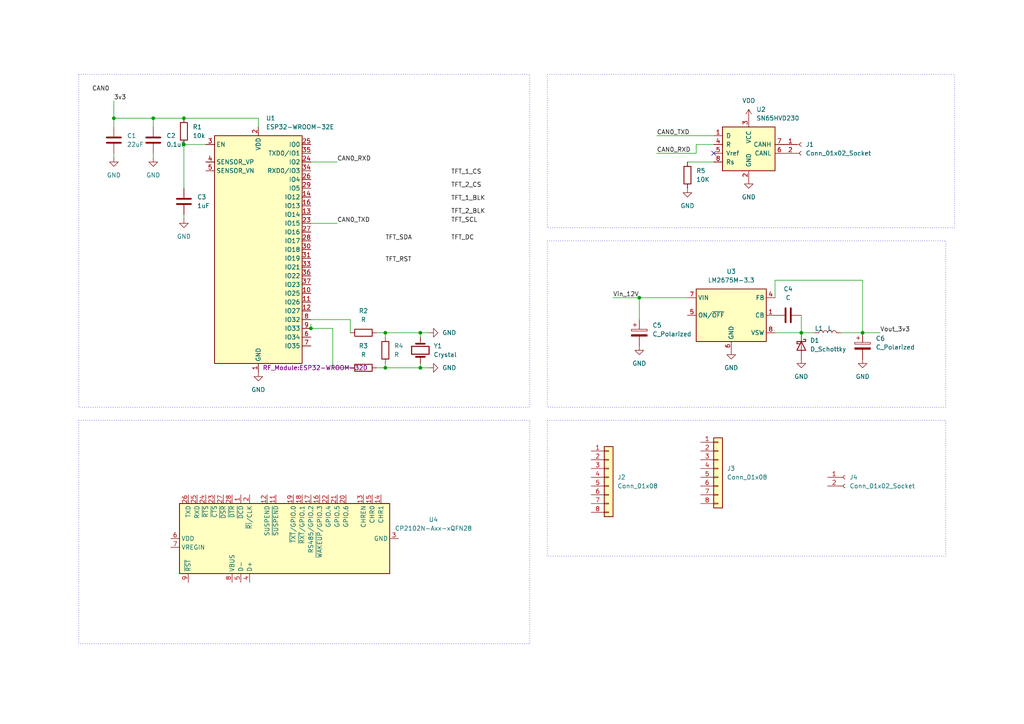
<source format=kicad_sch>
(kicad_sch (version 20231120) (generator "eeschema") (generator_version "8.0")
  (paper "A4")
  (lib_symbols
    (symbol "Connector:Conn_01x02_Socket" (pin_names (offset 1.016) hide)
      (property "Reference" "J" (at 0 2.54 0))
      (property "Value" "Conn_01x02_Socket" (at 0 -5.08 0))
      (symbol "Conn_01x02_Socket_1_1"
        (arc (start 0 -2.032) (mid -0.5058 -2.54) (end 0 -3.048) (stroke (width 0.1524)))
        (polyline (pts (xy -1.27 -2.54) (xy -0.508 -2.54)) (stroke (width 0.1524)))
        (polyline (pts (xy -1.27 0) (xy -0.508 0)) (stroke (width 0.1524)))
        (arc (start 0 0.508) (mid -0.5058 0) (end 0 -0.508) (stroke (width 0.1524)))
        (pin passive line (at -5.08 0 0) (length 3.81) (name "Pin_1") (number "1"))
        (pin passive line (at -5.08 -2.54 0) (length 3.81) (name "Pin_2") (number "2"))
      )
    )
    (symbol "Connector_Generic:Conn_01x08" (pin_names (offset 1.016) hide)
      (property "Reference" "J" (at 0 10.16 0))
      (property "Value" "Conn_01x08" (at 0 -12.7 0))
      (symbol "Conn_01x08_1_1"
        (rectangle (start -1.27 -10.033) (end 0 -10.287) (stroke (width 0.1524)))
        (rectangle (start -1.27 -7.493) (end 0 -7.747) (stroke (width 0.1524)))
        (rectangle (start -1.27 -4.953) (end 0 -5.207) (stroke (width 0.1524)))
        (rectangle (start -1.27 -2.413) (end 0 -2.667) (stroke (width 0.1524)))
        (rectangle (start -1.27 0.127) (end 0 -0.127) (stroke (width 0.1524)))
        (rectangle (start -1.27 2.667) (end 0 2.413) (stroke (width 0.1524)))
        (rectangle (start -1.27 5.207) (end 0 4.953) (stroke (width 0.1524)))
        (rectangle (start -1.27 7.747) (end 0 7.493) (stroke (width 0.1524)))
        (rectangle (start -1.27 8.89) (end 1.27 -11.43) (stroke (width 0.254)) (fill (type background)))
        (pin passive line (at -5.08 7.62 0) (length 3.81) (name "Pin_1") (number "1"))
        (pin passive line (at -5.08 5.08 0) (length 3.81) (name "Pin_2") (number "2"))
        (pin passive line (at -5.08 2.54 0) (length 3.81) (name "Pin_3") (number "3"))
        (pin passive line (at -5.08 0 0) (length 3.81) (name "Pin_4") (number "4"))
        (pin passive line (at -5.08 -2.54 0) (length 3.81) (name "Pin_5") (number "5"))
        (pin passive line (at -5.08 -5.08 0) (length 3.81) (name "Pin_6") (number "6"))
        (pin passive line (at -5.08 -7.62 0) (length 3.81) (name "Pin_7") (number "7"))
        (pin passive line (at -5.08 -10.16 0) (length 3.81) (name "Pin_8") (number "8"))
      )
    )
    (symbol "Device:C" (pin_numbers hide) (pin_names (offset 0.254))
      (property "Reference" "C" (at 0.635 2.54 0))
      (property "Value" "C" (at 0.635 -2.54 0))
      (symbol "C_0_1"
        (polyline (pts (xy -2.032 -0.762) (xy 2.032 -0.762)) (stroke (width 0.508)))
        (polyline (pts (xy -2.032 0.762) (xy 2.032 0.762)) (stroke (width 0.508)))
      )
      (symbol "C_1_1"
        (pin passive line (at 0 3.81 270) (length 2.794) (name "~") (number "1"))
        (pin passive line (at 0 -3.81 90) (length 2.794) (name "~") (number "2"))
      )
    )
    (symbol "Device:C_Polarized" (pin_numbers hide) (pin_names (offset 0.254))
      (property "Reference" "C" (at 0.635 2.54 0))
      (property "Value" "C_Polarized" (at 0.635 -2.54 0))
      (symbol "C_Polarized_0_1"
        (rectangle (start -2.286 0.508) (end 2.286 1.016))
        (polyline (pts (xy -1.778 2.286) (xy -0.762 2.286)))
        (polyline (pts (xy -1.27 2.794) (xy -1.27 1.778)))
        (rectangle (start 2.286 -0.508) (end -2.286 -1.016) (fill (type outline)))
      )
      (symbol "C_Polarized_1_1"
        (pin passive line (at 0 3.81 270) (length 2.794) (name "~") (number "1"))
        (pin passive line (at 0 -3.81 90) (length 2.794) (name "~") (number "2"))
      )
    )
    (symbol "Device:Crystal" (pin_numbers hide) (pin_names (offset 1.016) hide)
      (property "Reference" "Y" (at 0 3.81 0))
      (property "Value" "Crystal" (at 0 -3.81 0))
      (symbol "Crystal_0_1"
        (rectangle (start -1.143 2.54) (end 1.143 -2.54) (stroke (width 0.3048)))
        (polyline (pts (xy -2.54 0) (xy -1.905 0)))
        (polyline (pts (xy -1.905 -1.27) (xy -1.905 1.27)) (stroke (width 0.508)))
        (polyline (pts (xy 1.905 -1.27) (xy 1.905 1.27)) (stroke (width 0.508)))
        (polyline (pts (xy 2.54 0) (xy 1.905 0)))
      )
      (symbol "Crystal_1_1"
        (pin passive line (at -3.81 0 0) (length 1.27) (name "1") (number "1"))
        (pin passive line (at 3.81 0 180) (length 1.27) (name "2") (number "2"))
      )
    )
    (symbol "Device:D_Schottky" (pin_numbers hide) (pin_names (offset 1.016) hide)
      (property "Reference" "D" (at 0 2.54 0))
      (property "Value" "D_Schottky" (at 0 -2.54 0))
      (symbol "D_Schottky_0_1"
        (polyline (pts (xy 1.27 0) (xy -1.27 0)))
        (polyline (pts (xy 1.27 1.27) (xy 1.27 -1.27) (xy -1.27 0) (xy 1.27 1.27)) (stroke (width 0.254)))
        (polyline (pts (xy -1.905 0.635) (xy -1.905 1.27) (xy -1.27 1.27) (xy -1.27 -1.27) (xy -0.635 -1.27) (xy -0.635 -0.635)) (stroke (width 0.254)))
      )
      (symbol "D_Schottky_1_1"
        (pin passive line (at -3.81 0 0) (length 2.54) (name "K") (number "1"))
        (pin passive line (at 3.81 0 180) (length 2.54) (name "A") (number "2"))
      )
    )
    (symbol "Device:L" (pin_numbers hide) (pin_names (offset 1.016) hide)
      (property "Reference" "L" (at -1.27 0 90))
      (property "Value" "L" (at 1.905 0 90))
      (symbol "L_0_1"
        (arc (start 0 -2.54) (mid 0.6323 -1.905) (end 0 -1.27))
        (arc (start 0 -1.27) (mid 0.6323 -0.635) (end 0 0))
        (arc (start 0 0) (mid 0.6323 0.635) (end 0 1.27))
        (arc (start 0 1.27) (mid 0.6323 1.905) (end 0 2.54))
      )
      (symbol "L_1_1"
        (pin passive line (at 0 3.81 270) (length 1.27) (name "1") (number "1"))
        (pin passive line (at 0 -3.81 90) (length 1.27) (name "2") (number "2"))
      )
    )
    (symbol "Device:R" (pin_numbers hide) (pin_names (offset 0))
      (property "Reference" "R" (at 2.032 0 90))
      (property "Value" "R" (at 0 0 90))
      (symbol "R_0_1"
        (rectangle (start -1.016 -2.54) (end 1.016 2.54) (stroke (width 0.254)))
      )
      (symbol "R_1_1"
        (pin passive line (at 0 3.81 270) (length 1.27) (name "~") (number "1"))
        (pin passive line (at 0 -3.81 90) (length 1.27) (name "~") (number "2"))
      )
    )
    (symbol "Interface_CAN_LIN:SN65HVD230" (pin_names (offset 1.016))
      (property "Reference" "U" (at -2.54 10.16 0))
      (property "Value" "SN65HVD230" (at -2.54 7.62 0))
      (symbol "SN65HVD230_0_1"
        (rectangle (start -7.62 5.08) (end 7.62 -7.62) (stroke (width 0.254)) (fill (type background)))
      )
      (symbol "SN65HVD230_1_1"
        (pin input line (at -10.16 2.54 0) (length 2.54) (name "D") (number "1"))
        (pin power_in line (at 0 -10.16 90) (length 2.54) (name "GND") (number "2"))
        (pin power_in line (at 0 7.62 270) (length 2.54) (name "VCC") (number "3"))
        (pin output line (at -10.16 0 0) (length 2.54) (name "R") (number "4"))
        (pin output line (at -10.16 -2.54 0) (length 2.54) (name "Vref") (number "5"))
        (pin bidirectional line (at 10.16 -2.54 180) (length 2.54) (name "CANL") (number "6"))
        (pin bidirectional line (at 10.16 0 180) (length 2.54) (name "CANH") (number "7"))
        (pin input line (at -10.16 -5.08 0) (length 2.54) (name "Rs") (number "8"))
      )
    )
    (symbol "Interface_USB:CP2102N-Axx-xQFN28"
      (property "Reference" "U" (at -8.89 31.75 0))
      (property "Value" "CP2102N-Axx-xQFN28" (at 12.7 31.75 0))
      (symbol "CP2102N-Axx-xQFN28_0_1"
        (rectangle (start -10.16 30.48) (end 10.16 -30.48) (stroke (width 0.254)) (fill (type background)))
      )
      (symbol "CP2102N-Axx-xQFN28_1_1"
        (pin input line (at 12.7 12.7 180) (length 2.54) (name "~{DCD}") (number "1"))
        (pin no_connect line (at -10.16 -27.94 0) (length 2.54) hide (name "NC") (number "10"))
        (pin output line (at 12.7 2.54 180) (length 2.54) (name "~{SUSPEND}") (number "11"))
        (pin output line (at 12.7 5.08 180) (length 2.54) (name "SUSPEND") (number "12"))
        (pin output line (at 12.7 -22.86 180) (length 2.54) (name "CHREN") (number "13"))
        (pin output line (at 12.7 -27.94 180) (length 2.54) (name "CHR1") (number "14"))
        (pin output line (at 12.7 -25.4 180) (length 2.54) (name "CHR0") (number "15"))
        (pin bidirectional line (at 12.7 -10.16 180) (length 2.54) (name "~{WAKEUP}/GPIO.3") (number "16"))
        (pin bidirectional line (at 12.7 -7.62 180) (length 2.54) (name "RS485/GPIO.2") (number "17"))
        (pin bidirectional line (at 12.7 -5.08 180) (length 2.54) (name "~{RXT}/GPIO.1") (number "18"))
        (pin bidirectional line (at 12.7 -2.54 180) (length 2.54) (name "~{TXT}/GPIO.0") (number "19"))
        (pin bidirectional line (at 12.7 10.16 180) (length 2.54) (name "~{RI}/CLK") (number "2"))
        (pin bidirectional line (at 12.7 -17.78 180) (length 2.54) (name "GPIO.6") (number "20"))
        (pin bidirectional line (at 12.7 -15.24 180) (length 2.54) (name "GPIO.5") (number "21"))
        (pin bidirectional line (at 12.7 -12.7 180) (length 2.54) (name "GPIO.4") (number "22"))
        (pin input line (at 12.7 20.32 180) (length 2.54) (name "~{CTS}") (number "23"))
        (pin output line (at 12.7 22.86 180) (length 2.54) (name "~{RTS}") (number "24"))
        (pin input line (at 12.7 25.4 180) (length 2.54) (name "RXD") (number "25"))
        (pin output line (at 12.7 27.94 180) (length 2.54) (name "TXD") (number "26"))
        (pin input line (at 12.7 17.78 180) (length 2.54) (name "~{DSR}") (number "27"))
        (pin output line (at 12.7 15.24 180) (length 2.54) (name "~{DTR}") (number "28"))
        (pin passive line (at 0 -33.02 90) (length 2.54) hide (name "GND") (number "29"))
        (pin power_in line (at 0 -33.02 90) (length 2.54) (name "GND") (number "3"))
        (pin bidirectional line (at -12.7 10.16 0) (length 2.54) (name "D+") (number "4"))
        (pin bidirectional line (at -12.7 12.7 0) (length 2.54) (name "D-") (number "5"))
        (pin power_in line (at 0 33.02 270) (length 2.54) (name "VDD") (number "6"))
        (pin power_in line (at -2.54 33.02 270) (length 2.54) (name "VREGIN") (number "7"))
        (pin input line (at -12.7 15.24 0) (length 2.54) (name "VBUS") (number "8"))
        (pin input line (at -12.7 27.94 0) (length 2.54) (name "~{RST}") (number "9"))
      )
    )
    (symbol "RF_Module:ESP32-WROOM-32E"
      (property "Reference" "U" (at -12.7 34.29 0))
      (property "Value" "ESP32-WROOM-32E" (at 1.27 34.29 0))
      (symbol "ESP32-WROOM-32E_0_1"
        (rectangle (start -12.7 33.02) (end 12.7 -33.02) (stroke (width 0.254)) (fill (type background)))
      )
      (symbol "ESP32-WROOM-32E_1_1"
        (pin power_in line (at 0 -35.56 90) (length 2.54) (name "GND") (number "1"))
        (pin bidirectional line (at 15.24 -12.7 180) (length 2.54) (name "IO25") (number "10"))
        (pin bidirectional line (at 15.24 -15.24 180) (length 2.54) (name "IO26") (number "11"))
        (pin bidirectional line (at 15.24 -17.78 180) (length 2.54) (name "IO27") (number "12"))
        (pin bidirectional line (at 15.24 10.16 180) (length 2.54) (name "IO14") (number "13"))
        (pin bidirectional line (at 15.24 15.24 180) (length 2.54) (name "IO12") (number "14"))
        (pin passive line (at 0 -35.56 90) (length 2.54) hide (name "GND") (number "15"))
        (pin bidirectional line (at 15.24 12.7 180) (length 2.54) (name "IO13") (number "16"))
        (pin no_connect line (at -12.7 -5.08 0) (length 2.54) hide (name "NC") (number "17"))
        (pin no_connect line (at -12.7 -7.62 0) (length 2.54) hide (name "NC") (number "18"))
        (pin no_connect line (at -12.7 -12.7 0) (length 2.54) hide (name "NC") (number "19"))
        (pin power_in line (at 0 35.56 270) (length 2.54) (name "VDD") (number "2"))
        (pin no_connect line (at -12.7 -10.16 0) (length 2.54) hide (name "NC") (number "20"))
        (pin no_connect line (at -12.7 0 0) (length 2.54) hide (name "NC") (number "21"))
        (pin no_connect line (at -12.7 -2.54 0) (length 2.54) hide (name "NC") (number "22"))
        (pin bidirectional line (at 15.24 7.62 180) (length 2.54) (name "IO15") (number "23"))
        (pin bidirectional line (at 15.24 25.4 180) (length 2.54) (name "IO2") (number "24"))
        (pin bidirectional line (at 15.24 30.48 180) (length 2.54) (name "IO0") (number "25"))
        (pin bidirectional line (at 15.24 20.32 180) (length 2.54) (name "IO4") (number "26"))
        (pin bidirectional line (at 15.24 5.08 180) (length 2.54) (name "IO16") (number "27"))
        (pin bidirectional line (at 15.24 2.54 180) (length 2.54) (name "IO17") (number "28"))
        (pin bidirectional line (at 15.24 17.78 180) (length 2.54) (name "IO5") (number "29"))
        (pin input line (at -15.24 30.48 0) (length 2.54) (name "EN") (number "3"))
        (pin bidirectional line (at 15.24 0 180) (length 2.54) (name "IO18") (number "30"))
        (pin bidirectional line (at 15.24 -2.54 180) (length 2.54) (name "IO19") (number "31"))
        (pin no_connect line (at -12.7 -27.94 0) (length 2.54) hide (name "NC") (number "32"))
        (pin bidirectional line (at 15.24 -5.08 180) (length 2.54) (name "IO21") (number "33"))
        (pin bidirectional line (at 15.24 22.86 180) (length 2.54) (name "RXD0/IO3") (number "34"))
        (pin bidirectional line (at 15.24 27.94 180) (length 2.54) (name "TXD0/IO1") (number "35"))
        (pin bidirectional line (at 15.24 -7.62 180) (length 2.54) (name "IO22") (number "36"))
        (pin bidirectional line (at 15.24 -10.16 180) (length 2.54) (name "IO23") (number "37"))
        (pin passive line (at 0 -35.56 90) (length 2.54) hide (name "GND") (number "38"))
        (pin passive line (at 0 -35.56 90) (length 2.54) hide (name "GND") (number "39"))
        (pin input line (at -15.24 25.4 0) (length 2.54) (name "SENSOR_VP") (number "4"))
        (pin input line (at -15.24 22.86 0) (length 2.54) (name "SENSOR_VN") (number "5"))
        (pin input line (at 15.24 -25.4 180) (length 2.54) (name "IO34") (number "6"))
        (pin input line (at 15.24 -27.94 180) (length 2.54) (name "IO35") (number "7"))
        (pin bidirectional line (at 15.24 -20.32 180) (length 2.54) (name "IO32") (number "8"))
        (pin bidirectional line (at 15.24 -22.86 180) (length 2.54) (name "IO33") (number "9"))
      )
    )
    (symbol "Regulator_Switching:LM2675M-3.3"
      (property "Reference" "U" (at -10.16 8.89 0))
      (property "Value" "LM2675M-3.3" (at 0 8.89 0))
      (symbol "LM2675M-3.3_0_1"
        (rectangle (start -10.16 7.62) (end 10.16 -7.62) (stroke (width 0.254)) (fill (type background)))
      )
      (symbol "LM2675M-3.3_1_1"
        (pin input line (at 12.7 0 180) (length 2.54) (name "CB") (number "1"))
        (pin no_connect line (at -10.16 -2.54 0) (length 2.54) hide (name "NC") (number "2"))
        (pin no_connect line (at -10.16 -5.08 0) (length 2.54) hide (name "NC") (number "3"))
        (pin input line (at 12.7 5.08 180) (length 2.54) (name "FB") (number "4"))
        (pin input line (at -12.7 0 0) (length 2.54) (name "ON/~{OFF}") (number "5"))
        (pin power_in line (at 0 -10.16 90) (length 2.54) (name "GND") (number "6"))
        (pin power_in line (at -12.7 5.08 0) (length 2.54) (name "VIN") (number "7"))
        (pin output line (at 12.7 -5.08 180) (length 2.54) (name "VSW") (number "8"))
      )
    )
    (symbol "power:GND" (power) (pin_numbers hide) (pin_names (offset 0) hide)
      (property "Value" "GND" (at 0 -3.81 0))
      (symbol "GND_0_1"
        (polyline (pts (xy 0 0) (xy 0 -1.27) (xy 1.27 -1.27) (xy 0 -2.54) (xy -1.27 -1.27) (xy 0 -1.27)))
      )
      (symbol "GND_1_1"
        (pin power_in line (at 0 0 270) (length 0) (name "~") (number "1"))
      )
    )
    (symbol "power:VDD" (power) (pin_numbers hide) (pin_names (offset 0) hide)
      (property "Value" "VDD" (at 0 3.556 0))
      (symbol "VDD_0_1"
        (polyline (pts (xy -0.762 1.27) (xy 0 2.54)))
        (polyline (pts (xy 0 0) (xy 0 2.54)))
        (polyline (pts (xy 0 2.54) (xy 0.762 1.27)))
      )
      (symbol "VDD_1_1"
        (pin power_in line (at 0 0 90) (length 0) (name "~") (number "1"))
      )
    )
  )
  (junction (at 185.42 86.36))
  (junction (at 232.41 96.52))
  (junction (at 33.02 34.29))
  (junction (at 250.19 96.52))
  (junction (at 121.92 96.52))
  (junction (at 53.34 34.29))
  (junction (at 111.76 96.52))
  (junction (at 53.34 41.91))
  (junction (at 121.92 106.68))
  (junction (at 44.45 34.29))
  (junction (at 111.76 106.68))
  (junction (at 90.17 95.25))
  (no_connect (at 207.01 44.45))
  (wire (pts (xy 199.39 46.99) (xy 207.01 46.99)))
  (wire (pts (xy 190.5 44.45) (xy 201.93 44.45)))
  (wire (pts (xy 96.52 106.68) (xy 96.52 95.25)))
  (wire (pts (xy 74.93 34.29) (xy 74.93 36.83)))
  (wire (pts (xy 90.17 92.71) (xy 101.6 92.71)))
  (wire (pts (xy 90.17 93.98) (xy 90.17 95.25)))
  (wire (pts (xy 111.76 106.68) (xy 111.76 105.41)))
  (wire (pts (xy 101.6 92.71) (xy 101.6 96.52)))
  (wire (pts (xy 232.41 91.44) (xy 232.41 96.52)))
  (wire (pts (xy 121.92 106.68) (xy 124.46 106.68)))
  (wire (pts (xy 201.93 41.91) (xy 207.01 41.91)))
  (wire (pts (xy 109.22 106.68) (xy 111.76 106.68)))
  (wire (pts (xy 44.45 44.45) (xy 44.45 45.72)))
  (wire (pts (xy 53.34 41.91) (xy 59.69 41.91)))
  (wire (pts (xy 250.19 96.52) (xy 250.19 81.28)))
  (wire (pts (xy 96.52 95.25) (xy 90.17 95.25)))
  (wire (pts (xy 111.76 96.52) (xy 121.92 96.52)))
  (wire (pts (xy 243.84 96.52) (xy 250.19 96.52)))
  (wire (pts (xy 250.19 96.52) (xy 255.27 96.52)))
  (wire (pts (xy 33.02 34.29) (xy 44.45 34.29)))
  (wire (pts (xy 33.02 45.72) (xy 33.02 44.45)))
  (wire (pts (xy 224.79 81.28) (xy 224.79 86.36)))
  (wire (pts (xy 232.41 96.52) (xy 236.22 96.52)))
  (wire (pts (xy 53.34 41.91) (xy 53.34 54.61)))
  (wire (pts (xy 90.17 46.99) (xy 97.79 46.99)))
  (wire (pts (xy 111.76 97.79) (xy 111.76 96.52)))
  (wire (pts (xy 201.93 44.45) (xy 201.93 41.91)))
  (wire (pts (xy 53.34 63.5) (xy 53.34 62.23)))
  (wire (pts (xy 101.6 106.68) (xy 96.52 106.68)))
  (wire (pts (xy 53.34 34.29) (xy 74.93 34.29)))
  (wire (pts (xy 185.42 86.36) (xy 185.42 92.71)))
  (wire (pts (xy 250.19 81.28) (xy 224.79 81.28)))
  (wire (pts (xy 33.02 29.21) (xy 33.02 34.29)))
  (wire (pts (xy 224.79 96.52) (xy 232.41 96.52)))
  (wire (pts (xy 33.02 34.29) (xy 33.02 36.83)))
  (wire (pts (xy 121.92 96.52) (xy 121.92 97.79)))
  (wire (pts (xy 190.5 39.37) (xy 207.01 39.37)))
  (wire (pts (xy 90.17 64.77) (xy 97.79 64.77)))
  (wire (pts (xy 44.45 34.29) (xy 44.45 36.83)))
  (wire (pts (xy 111.76 106.68) (xy 121.92 106.68)))
  (wire (pts (xy 109.22 96.52) (xy 111.76 96.52)))
  (wire (pts (xy 177.8 86.36) (xy 185.42 86.36)))
  (wire (pts (xy 185.42 86.36) (xy 199.39 86.36)))
  (wire (pts (xy 121.92 96.52) (xy 124.46 96.52)))
  (wire (pts (xy 121.92 106.68) (xy 121.92 105.41)))
  (wire (pts (xy 44.45 34.29) (xy 53.34 34.29)))
  (rectangle (start 22.86 21.59) (end 153.67 118.11) (stroke (width 0) (type dot)))
  (rectangle (start 158.75 21.59) (end 276.86 66.04) (stroke (width 0) (type dot)))
  (rectangle (start 158.75 69.85) (end 274.32 118.11) (stroke (width 0) (type dot)))
  (rectangle (start 22.86 121.92) (end 153.67 186.69) (stroke (width 0) (type dot)))
  (rectangle (start 158.75 121.92) (end 274.32 161.29) (stroke (width 0) (type dot)))
  (label "3v3" (at 33.02 29.21 0))
  (label "TFT_SDA" (at 111.76 69.85 0))
  (label "TFT_RST" (at 111.76 76.2 0))
  (label "TFT_1_CS" (at 130.81 50.8 0))
  (label "CAN0_TXD" (at 190.5 39.37 0))
  (label "Vin_12V" (at 177.8 86.36 0))
  (label "CAN0" (at 26.67 26.67 0))
  (label "TFT_1_BLK" (at 130.81 58.42 0))
  (label "CAN0_RXD" (at 97.79 46.99 0))
  (label "TFT_SCL" (at 130.81 64.77 0))
  (label "TFT_2_BLK" (at 130.81 62.23 0))
  (label "CAN0_RXD" (at 190.5 44.45 0))
  (label "Vout_3v3" (at 255.27 96.52 0))
  (label "TFT_2_CS" (at 130.81 54.61 0))
  (label "TFT_DC" (at 130.81 69.85 0))
  (label "CAN0_TXD" (at 97.79 64.77 0))
  (symbol (lib_id "Device:D_Schottky") (at 232.41 100.33 270) (unit 1)
    (property "Reference" "D1" (at 234.95 98.7424 90) (effects (justify left)))
    (property "Value" "D_Schottky" (at 234.95 101.2824 90) (effects (justify left)))
    (property "Footprint" "Diode_SMD:D_2114_3652Metric" (effects (hide yes)))
    (property "Description" "Schottky diode" (effects (hide yes)))
  )
  (symbol (lib_id "power:GND") (at 250.19 104.14 0) (unit 1)
    (property "Reference" "#PWR014" (effects (hide yes)))
    (property "Value" "GND" (at 250.19 109.22 0))
    (property "Description" "Power symbol creates a global label with name \"GND\" , ground" (effects (hide yes)))
  )
  (symbol (lib_id "Device:L") (at 240.03 96.52 90) (unit 1)
    (property "Reference" "L1" (at 238.7599 95.25 90) (effects (justify left)))
    (property "Value" "L" (at 241.2999 95.25 90) (effects (justify left)))
    (property "Footprint" "Inductor_SMD:L_0603_1608Metric" (effects (hide yes)))
    (property "Description" "Inductor" (effects (hide yes)))
  )
  (symbol (lib_id "Connector_Generic:Conn_01x08") (at 208.28 135.89 0) (unit 1)
    (property "Reference" "J3" (at 210.82 135.8899 0) (effects (justify left)))
    (property "Value" "Conn_01x08" (at 210.82 138.4299 0) (effects (justify left)))
    (property "Description" "Generic connector, single row, 01x08, script generated (kicad-library-utils/schlib/autogen/connector/)" (effects (hide yes)))
  )
  (symbol (lib_id "Connector:Conn_01x02_Socket") (at 232.41 41.91 0) (unit 1)
    (property "Reference" "J1" (at 233.68 41.9099 0) (effects (justify left)))
    (property "Value" "Conn_01x02_Socket" (at 233.68 44.4499 0) (effects (justify left)))
    (property "Footprint" "Connector_PinSocket_2.54mm:PinSocket_1x02_P2.54mm_Vertical" (effects (hide yes)))
    (property "Description" "Generic connector, single row, 01x02, script generated" (effects (hide yes)))
  )
  (symbol (lib_id "power:GND") (at 33.02 45.72 0) (unit 1)
    (property "Reference" "#PWR03" (effects (hide yes)))
    (property "Value" "GND" (at 33.02 50.8 0))
    (property "Description" "Power symbol creates a global label with name \"GND\" , ground" (effects (hide yes)))
  )
  (symbol (lib_id "power:GND") (at 212.09 101.6 0) (unit 1)
    (property "Reference" "#PWR012" (effects (hide yes)))
    (property "Value" "GND" (at 212.09 106.68 0))
    (property "Description" "Power symbol creates a global label with name \"GND\" , ground" (effects (hide yes)))
  )
  (symbol (lib_id "power:GND") (at 185.42 100.33 0) (unit 1)
    (property "Reference" "#PWR011" (effects (hide yes)))
    (property "Value" "GND" (at 185.42 105.41 0))
    (property "Description" "Power symbol creates a global label with name \"GND\" , ground" (effects (hide yes)))
  )
  (symbol (lib_id "Device:R") (at 53.34 38.1 0) (unit 1)
    (property "Reference" "R1" (at 55.88 36.8299 0) (effects (justify left)))
    (property "Value" "10k" (at 55.88 39.3699 0) (effects (justify left)))
    (property "Footprint" "Resistor_SMD:R_0603_1608Metric" (effects (hide yes)))
    (property "Description" "Resistor" (effects (hide yes)))
  )
  (symbol (lib_id "power:GND") (at 53.34 63.5 0) (unit 1)
    (property "Reference" "#PWR05" (effects (hide yes)))
    (property "Value" "GND" (at 53.34 68.58 0))
    (property "Description" "Power symbol creates a global label with name \"GND\" , ground" (effects (hide yes)))
  )
  (symbol (lib_id "Connector:Conn_01x02_Socket") (at 245.11 138.43 0) (unit 1)
    (property "Reference" "J4" (at 246.38 138.4299 0) (effects (justify left)))
    (property "Value" "Conn_01x02_Socket" (at 246.38 140.9699 0) (effects (justify left)))
    (property "Description" "Generic connector, single row, 01x02, script generated" (effects (hide yes)))
  )
  (symbol (lib_id "Device:R") (at 105.41 96.52 90) (unit 1)
    (property "Reference" "R2" (at 105.41 90.17 90))
    (property "Value" "R" (at 105.41 92.71 90))
    (property "Footprint" "Resistor_SMD:R_0603_1608Metric" (effects (hide yes)))
    (property "Description" "Resistor" (effects (hide yes)))
  )
  (symbol (lib_id "Device:R") (at 199.39 50.8 0) (unit 1)
    (property "Reference" "R5" (at 201.93 49.5299 0) (effects (justify left)))
    (property "Value" "10K" (at 201.93 52.0699 0) (effects (justify left)))
    (property "Footprint" "Resistor_SMD:R_0603_1608Metric" (effects (hide yes)))
    (property "Description" "Resistor" (effects (hide yes)))
  )
  (symbol (lib_id "power:GND") (at 217.17 52.07 0) (unit 1)
    (property "Reference" "#PWR08" (effects (hide yes)))
    (property "Value" "GND" (at 217.17 57.15 0))
    (property "Description" "Power symbol creates a global label with name \"GND\" , ground" (effects (hide yes)))
  )
  (symbol (lib_id "power:GND") (at 44.45 45.72 0) (unit 1)
    (property "Reference" "#PWR04" (effects (hide yes)))
    (property "Value" "GND" (at 44.45 50.8 0))
    (property "Description" "Power symbol creates a global label with name \"GND\" , ground" (effects (hide yes)))
  )
  (symbol (lib_id "power:GND") (at 124.46 106.68 90) (unit 1)
    (property "Reference" "#PWR06" (effects (hide yes)))
    (property "Value" "GND" (at 128.27 106.6799 90) (effects (justify right)))
    (property "Description" "Power symbol creates a global label with name \"GND\" , ground" (effects (hide yes)))
  )
  (symbol (lib_id "Device:C") (at 53.34 58.42 0) (unit 1)
    (property "Reference" "C3" (at 57.15 57.1499 0) (effects (justify left)))
    (property "Value" "1uF" (at 57.15 59.6899 0) (effects (justify left)))
    (property "Footprint" "Capacitor_SMD:C_0201_0603Metric" (effects (hide yes)))
    (property "Description" "Unpolarized capacitor" (effects (hide yes)))
  )
  (symbol (lib_id "Device:C") (at 44.45 40.64 0) (unit 1)
    (property "Reference" "C2" (at 48.26 39.3699 0) (effects (justify left)))
    (property "Value" "0.1uF" (at 48.26 41.9099 0) (effects (justify left)))
    (property "Footprint" "Capacitor_SMD:C_0201_0603Metric" (effects (hide yes)))
    (property "Description" "Unpolarized capacitor" (effects (hide yes)))
  )
  (symbol (lib_id "Device:Crystal") (at 121.92 101.6 90) (unit 1)
    (property "Reference" "Y1" (at 125.73 100.3299 90) (effects (justify right)))
    (property "Value" "Crystal" (at 125.73 102.8699 90) (effects (justify right)))
    (property "Footprint" "Crystal:Crystal_HC18-U_Vertical" (effects (hide yes)))
    (property "Description" "Two pin crystal" (effects (hide yes)))
  )
  (symbol (lib_id "Interface_CAN_LIN:SN65HVD230") (at 217.17 41.91 0) (unit 1)
    (property "Reference" "U2" (at 219.3641 31.75 0) (effects (justify left)))
    (property "Value" "SN65HVD230" (at 219.3641 34.29 0) (effects (justify left)))
    (property "Footprint" "Package_SO:SOIC-8_3.9x4.9mm_P1.27mm" (effects (hide yes)))
    (property "Datasheet" "http://www.ti.com/lit/ds/symlink/sn65hvd230.pdf" (effects (hide yes)))
    (property "Description" "CAN Bus Transceivers, 3.3V, 1Mbps, Low-Power capabilities, SOIC-8" (effects (hide yes)))
  )
  (symbol (lib_id "Connector_Generic:Conn_01x08") (at 176.53 138.43 0) (unit 1)
    (property "Reference" "J2" (at 179.07 138.4299 0) (effects (justify left)))
    (property "Value" "Conn_01x08" (at 179.07 140.9699 0) (effects (justify left)))
    (property "Footprint" "Connector_PinSocket_2.54mm:PinSocket_1x08_P2.54mm_Vertical" (effects (hide yes)))
    (property "Description" "Generic connector, single row, 01x08, script generated (kicad-library-utils/schlib/autogen/connector/)" (effects (hide yes)))
  )
  (symbol (lib_id "Device:C") (at 228.6 91.44 90) (unit 1)
    (property "Reference" "C4" (at 228.6 83.82 90))
    (property "Value" "C" (at 228.6 86.36 90))
    (property "Footprint" "Capacitor_SMD:C_0603_1608Metric" (effects (hide yes)))
    (property "Description" "Unpolarized capacitor" (effects (hide yes)))
  )
  (symbol (lib_id "power:GND") (at 199.39 54.61 0) (unit 1)
    (property "Reference" "#PWR09" (effects (hide yes)))
    (property "Value" "GND" (at 199.39 59.69 0))
    (property "Description" "Power symbol creates a global label with name \"GND\" , ground" (effects (hide yes)))
  )
  (symbol (lib_id "power:GND") (at 232.41 104.14 0) (unit 1)
    (property "Reference" "#PWR013" (effects (hide yes)))
    (property "Value" "GND" (at 232.41 109.22 0))
    (property "Description" "Power symbol creates a global label with name \"GND\" , ground" (effects (hide yes)))
  )
  (symbol (lib_id "power:VDD") (at 217.17 34.29 0) (unit 1)
    (property "Reference" "#PWR010" (effects (hide yes)))
    (property "Value" "VDD" (at 217.17 29.21 0))
    (property "Description" "Power symbol creates a global label with name \"VDD\"" (effects (hide yes)))
  )
  (symbol (lib_id "power:GND") (at 124.46 96.52 90) (unit 1)
    (property "Reference" "#PWR07" (effects (hide yes)))
    (property "Value" "GND" (at 128.27 96.5199 90) (effects (justify right)))
    (property "Description" "Power symbol creates a global label with name \"GND\" , ground" (effects (hide yes)))
  )
  (symbol (lib_id "Device:C_Polarized") (at 250.19 100.33 0) (unit 1)
    (property "Reference" "C6" (at 254 98.1709 0) (effects (justify left)))
    (property "Value" "C_Polarized" (at 254 100.7109 0) (effects (justify left)))
    (property "Footprint" "Capacitor_SMD:CP_Elec_6.3x3" (effects (hide yes)))
    (property "Description" "Polarized capacitor" (effects (hide yes)))
  )
  (symbol (lib_id "power:GND") (at 74.93 107.95 0) (unit 1)
    (property "Reference" "#PWR02" (effects (hide yes)))
    (property "Value" "GND" (at 74.93 113.03 0))
    (property "Description" "Power symbol creates a global label with name \"GND\" , ground" (effects (hide yes)))
  )
  (symbol (lib_id "Device:R") (at 111.76 101.6 0) (unit 1)
    (property "Reference" "R4" (at 114.3 100.3299 0) (effects (justify left)))
    (property "Value" "R" (at 114.3 102.8699 0) (effects (justify left)))
    (property "Footprint" "Resistor_SMD:R_0603_1608Metric" (effects (hide yes)))
    (property "Description" "Resistor" (effects (hide yes)))
  )
  (symbol (lib_id "Device:R") (at 105.41 106.68 90) (unit 1)
    (property "Reference" "R3" (at 105.41 100.33 90))
    (property "Value" "R" (at 105.41 102.87 90))
    (property "Footprint" "Resistor_SMD:R_0603_1608Metric" (effects (hide yes)))
    (property "Description" "Resistor" (effects (hide yes)))
  )
  (symbol (lib_id "Device:C") (at 33.02 40.64 0) (unit 1)
    (property "Reference" "C1" (at 36.83 39.3699 0) (effects (justify left)))
    (property "Value" "22uF" (at 36.83 41.9099 0) (effects (justify left)))
    (property "Footprint" "Capacitor_SMD:C_0201_0603Metric" (effects (hide yes)))
    (property "Description" "Unpolarized capacitor" (effects (hide yes)))
  )
  (symbol (lib_id "Interface_USB:CP2102N-Axx-xQFN28") (at 82.55 156.21 90) (unit 1)
    (property "Reference" "U4" (at 125.73 150.7138 90))
    (property "Value" "CP2102N-Axx-xQFN28" (at 125.73 153.2538 90))
    (property "Footprint" "Package_DFN_QFN:QFN-28-1EP_5x5mm_P0.5mm_EP3.35x3.35mm" (effects (hide yes)))
    (property "Datasheet" "https://www.silabs.com/documents/public/data-sheets/cp2102n-datasheet.pdf" (effects (hide yes)))
    (property "Description" "USB to UART master bridge, QFN-28" (effects (hide yes)))
  )
  (symbol (lib_id "Device:C_Polarized") (at 185.42 96.52 0) (unit 1)
    (property "Reference" "C5" (at 189.23 94.3609 0) (effects (justify left)))
    (property "Value" "C_Polarized" (at 189.23 96.9009 0) (effects (justify left)))
    (property "Footprint" "Capacitor_SMD:CP_Elec_6.3x3" (effects (hide yes)))
    (property "Description" "Polarized capacitor" (effects (hide yes)))
  )
  (symbol (lib_id "RF_Module:ESP32-WROOM-32E") (at 74.93 72.39 0) (unit 1)
    (property "Reference" "U1" (at 77.1241 34.29 0) (effects (justify left)))
    (property "Value" "ESP32-WROOM-32E" (at 77.1241 36.83 0) (effects (justify left)))
    (property "Footprint" "RF_Module:ESP32-WROOM-32D" (at 91.44 106.68 0))
    (property "Datasheet" "https://www.espressif.com/sites/default/files/documentation/esp32-wroom-32e_esp32-wroom-32ue_datasheet_en.pdf" (effects (hide yes)))
    (property "Description" "RF Module, ESP32-D0WD-V3 SoC, without PSRAM, Wi-Fi 802.11b/g/n, Bluetooth, BLE, 32-bit, 2.7-3.6V, onboard antenna, SMD" (effects (hide yes)))
  )
  (symbol (lib_id "Regulator_Switching:LM2675M-3.3") (at 212.09 91.44 0) (unit 1)
    (property "Reference" "U3" (at 212.09 78.74 0))
    (property "Value" "LM2675M-3.3" (at 212.09 81.28 0))
    (property "Footprint" "Package_SO:SOIC-8_3.9x4.9mm_P1.27mm" (effects (hide yes)))
    (property "Datasheet" "http://www.ti.com/lit/ds/symlink/lm2675.pdf" (effects (hide yes)))
    (property "Description" "3.3V, 1A Step-Down Voltage Regulator, SO-8" (effects (hide yes)))
  )
)
</source>
